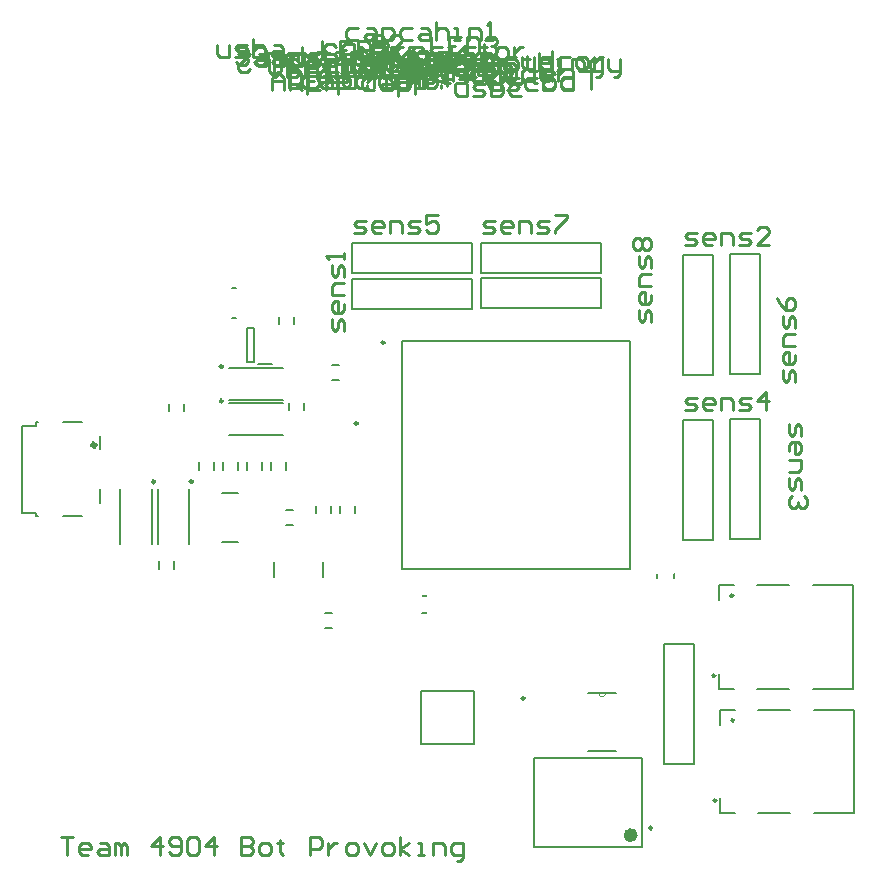
<source format=gto>
G04 Layer_Color=65535*
%FSLAX24Y24*%
%MOIN*%
G70*
G01*
G75*
%ADD34C,0.0100*%
%ADD45C,0.0098*%
%ADD46C,0.0236*%
%ADD47C,0.0079*%
%ADD48C,0.0157*%
%ADD49C,0.0000*%
%ADD50C,0.0059*%
%ADD51C,0.0050*%
%ADD52C,0.0060*%
D34*
X25906Y43434D02*
Y43334D01*
X26105Y43135D01*
X26305Y43334D01*
Y43434D01*
X26105Y43135D02*
Y42835D01*
X26505Y43334D02*
X26605Y43434D01*
X26805D01*
X26905Y43334D01*
Y43235D01*
X26705Y43035D01*
Y42935D02*
Y42835D01*
X25612Y43110D02*
X25812D01*
X25912Y43210D01*
Y43410D01*
X25812Y43510D01*
X25612D01*
X25512Y43410D01*
Y43210D01*
X25612Y43110D01*
X26112D02*
X26412D01*
X26511Y43210D01*
X26412Y43310D01*
X26212D01*
X26112Y43410D01*
X26212Y43510D01*
X26511D01*
X27111D02*
X26811D01*
X26711Y43410D01*
Y43210D01*
X26811Y43110D01*
X27111D01*
X27711D02*
X27311D01*
X27711Y43510D01*
Y43610D01*
X27611Y43710D01*
X27411D01*
X27311Y43610D01*
X20984Y43789D02*
Y43389D01*
X21184Y43189D01*
X21384Y43389D01*
Y43789D01*
X21584D02*
Y43189D01*
X21884D01*
X21984Y43289D01*
Y43389D01*
X21884Y43489D01*
X21584D01*
X21884D01*
X21984Y43589D01*
Y43689D01*
X21884Y43789D01*
X21584D01*
X22184Y43189D02*
Y43589D01*
X22384Y43789D01*
X22584Y43589D01*
Y43189D01*
Y43489D01*
X22184D01*
X22784Y43789D02*
X23184D01*
X22984D01*
Y43189D01*
X24383Y43789D02*
Y43189D01*
X24083D01*
X23983Y43289D01*
Y43489D01*
X24083Y43589D01*
X24383D01*
X24583Y43189D02*
X24783D01*
X24683D01*
Y43589D01*
X24583D01*
X25183Y43189D02*
X25383D01*
X25483Y43289D01*
Y43489D01*
X25383Y43589D01*
X25183D01*
X25083Y43489D01*
Y43289D01*
X25183Y43189D01*
X26083Y43789D02*
Y43189D01*
X25783D01*
X25683Y43289D01*
Y43489D01*
X25783Y43589D01*
X26083D01*
X26582Y43189D02*
X26383D01*
X26283Y43289D01*
Y43489D01*
X26383Y43589D01*
X26582D01*
X26682Y43489D01*
Y43389D01*
X26283D01*
X27882Y43589D02*
X27582D01*
X27482Y43489D01*
Y43289D01*
X27582Y43189D01*
X27882D01*
X28182Y43589D02*
X28382D01*
X28482Y43489D01*
Y43189D01*
X28182D01*
X28082Y43289D01*
X28182Y43389D01*
X28482D01*
X28682Y42989D02*
Y43589D01*
X28982D01*
X29082Y43489D01*
Y43289D01*
X28982Y43189D01*
X28682D01*
X25000Y43692D02*
X24600D01*
X24800D01*
Y44291D01*
X24400D02*
Y43692D01*
X24100D01*
X24000Y43791D01*
Y43991D01*
X24100Y44091D01*
X24400D01*
X23800Y43692D02*
Y44291D01*
X23500D01*
X23401Y44191D01*
Y43791D01*
X23500Y43692D01*
X23800D01*
X23201Y43791D02*
X23101Y43692D01*
X22901D01*
X22801Y43791D01*
Y43891D01*
X22901Y43991D01*
X23001D01*
X22901D01*
X22801Y44091D01*
Y44191D01*
X22901Y44291D01*
X23101D01*
X23201Y44191D01*
X24809Y44476D02*
X24709Y44576D01*
X24509D01*
X24409Y44476D01*
Y44376D01*
X24509Y44276D01*
X24709D01*
X24809Y44176D01*
Y44076D01*
X24709Y43976D01*
X24509D01*
X24409Y44076D01*
X25009Y44476D02*
X25109Y44576D01*
X25309D01*
X25409Y44476D01*
Y44376D01*
X25209Y44176D01*
Y44076D02*
Y43976D01*
X19882Y44083D02*
X19982Y44182D01*
X20182D01*
X20282Y44083D01*
Y43983D01*
X20182Y43883D01*
X20082D01*
X20182D01*
X20282Y43783D01*
Y43683D01*
X20182Y43583D01*
X19982D01*
X19882Y43683D01*
X20482Y44083D02*
X20582Y44182D01*
X20782D01*
X20882Y44083D01*
Y43983D01*
X20782Y43883D01*
X20682D01*
X20782D01*
X20882Y43783D01*
Y43683D01*
X20782Y43583D01*
X20582D01*
X20482Y43683D01*
X21181Y43983D02*
X21381D01*
X21481Y43883D01*
Y43583D01*
X21181D01*
X21082Y43683D01*
X21181Y43783D01*
X21481D01*
X22081Y44182D02*
Y43583D01*
X21781D01*
X21681Y43683D01*
Y43883D01*
X21781Y43983D01*
X22081D01*
X22281Y43583D02*
X22581D01*
X22681Y43683D01*
X22581Y43783D01*
X22381D01*
X22281Y43883D01*
X22381Y43983D01*
X22681D01*
X22598Y43689D02*
X22698Y43789D01*
X22898D01*
X22998Y43689D01*
Y43589D01*
X22898Y43489D01*
X22798D01*
X22898D01*
X22998Y43389D01*
Y43289D01*
X22898Y43189D01*
X22698D01*
X22598Y43289D01*
X23198Y43689D02*
X23298Y43789D01*
X23498D01*
X23598Y43689D01*
Y43589D01*
X23498Y43489D01*
X23398D01*
X23498D01*
X23598Y43389D01*
Y43289D01*
X23498Y43189D01*
X23298D01*
X23198Y43289D01*
X23898Y43589D02*
X24098D01*
X24198Y43489D01*
Y43189D01*
X23898D01*
X23798Y43289D01*
X23898Y43389D01*
X24198D01*
X24798Y43789D02*
Y43189D01*
X24498D01*
X24398Y43289D01*
Y43489D01*
X24498Y43589D01*
X24798D01*
X24998Y43189D02*
X25298D01*
X25398Y43289D01*
X25298Y43389D01*
X25098D01*
X24998Y43489D01*
X25098Y43589D01*
X25398D01*
X25697Y43189D02*
Y43689D01*
Y43489D01*
X25597D01*
X25797D01*
X25697D01*
Y43689D01*
X25797Y43789D01*
X26596Y43071D02*
X26796D01*
X26896Y43171D01*
Y43371D01*
X26796Y43471D01*
X26596D01*
X26496Y43371D01*
Y43171D01*
X26596Y43071D01*
X27096D02*
Y43471D01*
X27396D01*
X27496Y43371D01*
Y43071D01*
X28096Y43671D02*
Y43071D01*
X27796D01*
X27696Y43171D01*
Y43371D01*
X27796Y43471D01*
X28096D01*
X28295Y43071D02*
X28495D01*
X28395D01*
Y43471D01*
X28295D01*
X28895Y43071D02*
X29095D01*
X29195Y43171D01*
Y43371D01*
X29095Y43471D01*
X28895D01*
X28795Y43371D01*
Y43171D01*
X28895Y43071D01*
X29795Y43671D02*
Y43071D01*
X29495D01*
X29395Y43171D01*
Y43371D01*
X29495Y43471D01*
X29795D01*
X30295Y43071D02*
X30095D01*
X29995Y43171D01*
Y43371D01*
X30095Y43471D01*
X30295D01*
X30395Y43371D01*
Y43271D01*
X29995D01*
X30595Y43471D02*
Y43071D01*
Y43271D01*
X30695Y43371D01*
X30795Y43471D01*
X30895D01*
X23465Y34724D02*
Y35024D01*
X23365Y35124D01*
X23265Y35024D01*
Y34824D01*
X23165Y34724D01*
X23065Y34824D01*
Y35124D01*
X23465Y35624D02*
Y35424D01*
X23365Y35324D01*
X23165D01*
X23065Y35424D01*
Y35624D01*
X23165Y35724D01*
X23265D01*
Y35324D01*
X23465Y35924D02*
X23065D01*
Y36224D01*
X23165Y36324D01*
X23465D01*
Y36524D02*
Y36824D01*
X23365Y36924D01*
X23265Y36824D01*
Y36624D01*
X23165Y36524D01*
X23065Y36624D01*
Y36924D01*
X23465Y37124D02*
Y37324D01*
Y37224D01*
X22865D01*
X22965Y37124D01*
X38307Y31614D02*
Y31314D01*
X38407Y31214D01*
X38507Y31314D01*
Y31514D01*
X38607Y31614D01*
X38707Y31514D01*
Y31214D01*
X38307Y30714D02*
Y30914D01*
X38407Y31014D01*
X38607D01*
X38707Y30914D01*
Y30714D01*
X38607Y30615D01*
X38507D01*
Y31014D01*
X38307Y30415D02*
X38707D01*
Y30115D01*
X38607Y30015D01*
X38307D01*
Y29815D02*
Y29515D01*
X38407Y29415D01*
X38507Y29515D01*
Y29715D01*
X38607Y29815D01*
X38707Y29715D01*
Y29415D01*
X38807Y29215D02*
X38907Y29115D01*
Y28915D01*
X38807Y28815D01*
X38707D01*
X38607Y28915D01*
Y29015D01*
Y28915D01*
X38507Y28815D01*
X38407D01*
X38307Y28915D01*
Y29115D01*
X38407Y29215D01*
X23800Y38000D02*
X24100D01*
X24200Y38100D01*
X24100Y38200D01*
X23900D01*
X23800Y38300D01*
X23900Y38400D01*
X24200D01*
X24700Y38000D02*
X24500D01*
X24400Y38100D01*
Y38300D01*
X24500Y38400D01*
X24700D01*
X24800Y38300D01*
Y38200D01*
X24400D01*
X25000Y38000D02*
Y38400D01*
X25300D01*
X25399Y38300D01*
Y38000D01*
X25599D02*
X25899D01*
X25999Y38100D01*
X25899Y38200D01*
X25699D01*
X25599Y38300D01*
X25699Y38400D01*
X25999D01*
X26599Y38600D02*
X26199D01*
Y38300D01*
X26399Y38400D01*
X26499D01*
X26599Y38300D01*
Y38100D01*
X26499Y38000D01*
X26299D01*
X26199Y38100D01*
X38504Y33031D02*
Y33331D01*
X38404Y33431D01*
X38304Y33331D01*
Y33131D01*
X38204Y33031D01*
X38104Y33131D01*
Y33431D01*
X38504Y33931D02*
Y33731D01*
X38404Y33631D01*
X38204D01*
X38104Y33731D01*
Y33931D01*
X38204Y34031D01*
X38304D01*
Y33631D01*
X38504Y34231D02*
X38104D01*
Y34531D01*
X38204Y34631D01*
X38504D01*
Y34831D02*
Y35131D01*
X38404Y35231D01*
X38304Y35131D01*
Y34931D01*
X38204Y34831D01*
X38104Y34931D01*
Y35231D01*
X37904Y35831D02*
X38004Y35631D01*
X38204Y35431D01*
X38404D01*
X38504Y35531D01*
Y35731D01*
X38404Y35831D01*
X38304D01*
X38204Y35731D01*
Y35431D01*
X33701Y35039D02*
Y35339D01*
X33601Y35439D01*
X33501Y35339D01*
Y35139D01*
X33401Y35039D01*
X33301Y35139D01*
Y35439D01*
X33701Y35939D02*
Y35739D01*
X33601Y35639D01*
X33401D01*
X33301Y35739D01*
Y35939D01*
X33401Y36039D01*
X33501D01*
Y35639D01*
X33701Y36239D02*
X33301D01*
Y36539D01*
X33401Y36639D01*
X33701D01*
Y36839D02*
Y37139D01*
X33601Y37239D01*
X33501Y37139D01*
Y36939D01*
X33401Y36839D01*
X33301Y36939D01*
Y37239D01*
X33201Y37439D02*
X33101Y37539D01*
Y37738D01*
X33201Y37838D01*
X33301D01*
X33401Y37738D01*
X33501Y37838D01*
X33601D01*
X33701Y37738D01*
Y37539D01*
X33601Y37439D01*
X33501D01*
X33401Y37539D01*
X33301Y37439D01*
X33201D01*
X33401Y37539D02*
Y37738D01*
X28110Y38000D02*
X28410D01*
X28510Y38100D01*
X28410Y38200D01*
X28210D01*
X28110Y38300D01*
X28210Y38400D01*
X28510D01*
X29010Y38000D02*
X28810D01*
X28710Y38100D01*
Y38300D01*
X28810Y38400D01*
X29010D01*
X29110Y38300D01*
Y38200D01*
X28710D01*
X29310Y38000D02*
Y38400D01*
X29610D01*
X29709Y38300D01*
Y38000D01*
X29909D02*
X30209D01*
X30309Y38100D01*
X30209Y38200D01*
X30009D01*
X29909Y38300D01*
X30009Y38400D01*
X30309D01*
X30509Y38600D02*
X30909D01*
Y38500D01*
X30509Y38100D01*
Y38000D01*
X34840Y32090D02*
X35140D01*
X35240Y32190D01*
X35140Y32290D01*
X34940D01*
X34840Y32390D01*
X34940Y32490D01*
X35240D01*
X35740Y32090D02*
X35540D01*
X35440Y32190D01*
Y32390D01*
X35540Y32490D01*
X35740D01*
X35840Y32390D01*
Y32290D01*
X35440D01*
X36040Y32090D02*
Y32490D01*
X36340D01*
X36439Y32390D01*
Y32090D01*
X36639D02*
X36939D01*
X37039Y32190D01*
X36939Y32290D01*
X36739D01*
X36639Y32390D01*
X36739Y32490D01*
X37039D01*
X37539Y32090D02*
Y32690D01*
X37239Y32390D01*
X37639D01*
X34840Y37590D02*
X35140D01*
X35240Y37690D01*
X35140Y37790D01*
X34940D01*
X34840Y37890D01*
X34940Y37990D01*
X35240D01*
X35740Y37590D02*
X35540D01*
X35440Y37690D01*
Y37890D01*
X35540Y37990D01*
X35740D01*
X35840Y37890D01*
Y37790D01*
X35440D01*
X36040Y37590D02*
Y37990D01*
X36340D01*
X36439Y37890D01*
Y37590D01*
X36639D02*
X36939D01*
X37039Y37690D01*
X36939Y37790D01*
X36739D01*
X36639Y37890D01*
X36739Y37990D01*
X37039D01*
X37639Y37590D02*
X37239D01*
X37639Y37990D01*
Y38090D01*
X37539Y38190D01*
X37339D01*
X37239Y38090D01*
X28077Y43986D02*
Y43386D01*
X27777D01*
X27677Y43486D01*
Y43686D01*
X27777Y43786D01*
X28077D01*
X28377D02*
X28577D01*
X28677Y43686D01*
Y43386D01*
X28377D01*
X28277Y43486D01*
X28377Y43586D01*
X28677D01*
X28877Y43186D02*
Y43786D01*
X29177D01*
X29277Y43686D01*
Y43486D01*
X29177Y43386D01*
X28877D01*
X29577Y43886D02*
Y43786D01*
X29477D01*
X29677D01*
X29577D01*
Y43486D01*
X29677Y43386D01*
X29976Y43986D02*
Y43386D01*
Y43686D01*
X30076Y43786D01*
X30276D01*
X30376Y43686D01*
Y43386D01*
X30576D02*
X30776D01*
X30676D01*
Y43786D01*
X30576D01*
X31076Y43386D02*
Y43786D01*
X31376D01*
X31476Y43686D01*
Y43386D01*
X31876Y43186D02*
X31976D01*
X32076Y43286D01*
Y43786D01*
X31776D01*
X31676Y43686D01*
Y43486D01*
X31776Y43386D01*
X32076D01*
X32276Y43786D02*
Y43486D01*
X32376Y43386D01*
X32676D01*
Y43286D01*
X32576Y43186D01*
X32476D01*
X32676Y43386D02*
Y43786D01*
X20945Y43583D02*
Y43983D01*
X21245D01*
X21345Y43883D01*
Y43583D01*
X21845D02*
X21645D01*
X21545Y43683D01*
Y43883D01*
X21645Y43983D01*
X21845D01*
X21945Y43883D01*
Y43783D01*
X21545D01*
X22144Y43983D02*
X22544Y43583D01*
X22344Y43783D01*
X22544Y43983D01*
X22144Y43583D01*
X22844Y44083D02*
Y43983D01*
X22744D01*
X22944D01*
X22844D01*
Y43683D01*
X22944Y43583D01*
X23844D02*
Y43983D01*
X24044Y44182D01*
X24244Y43983D01*
Y43583D01*
Y43883D01*
X23844D01*
X24444Y43583D02*
Y44182D01*
X24744D01*
X24844Y44083D01*
Y43883D01*
X24744Y43783D01*
X24444D01*
X24644D02*
X24844Y43583D01*
X25443Y44182D02*
X25044D01*
Y43583D01*
X25443D01*
X25044Y43883D02*
X25243D01*
X26043Y44182D02*
X25643D01*
Y43883D01*
X25843D01*
X25643D01*
Y43583D01*
X27243Y43983D02*
X26943D01*
X26843Y43883D01*
Y43683D01*
X26943Y43583D01*
X27243D01*
X27543Y43983D02*
X27743D01*
X27843Y43883D01*
Y43583D01*
X27543D01*
X27443Y43683D01*
X27543Y43783D01*
X27843D01*
X28043Y43383D02*
Y43983D01*
X28342D01*
X28442Y43883D01*
Y43683D01*
X28342Y43583D01*
X28043D01*
X31715Y42777D02*
Y43377D01*
X31315D01*
X31116D02*
Y42777D01*
X30816D01*
X30716Y42877D01*
Y43077D01*
X30816Y43177D01*
X31116D01*
X30516Y42877D02*
X30416Y42777D01*
X30216D01*
X30116Y42877D01*
Y42977D01*
X30216Y43077D01*
X30316D01*
X30216D01*
X30116Y43177D01*
Y43277D01*
X30216Y43377D01*
X30416D01*
X30516Y43277D01*
X29916Y43377D02*
X29716D01*
X29816D01*
Y42977D01*
X29916D01*
X29416Y43377D02*
Y42977D01*
X29116D01*
X29016Y43077D01*
Y43377D01*
X28416Y42777D02*
Y43377D01*
X28716D01*
X28816Y43277D01*
Y43077D01*
X28716Y42977D01*
X28416D01*
X28216D02*
Y43277D01*
X28117Y43377D01*
X27817D01*
Y42977D01*
X27217D02*
X27517D01*
X27617Y43077D01*
Y43277D01*
X27517Y43377D01*
X27217D01*
X26917Y42877D02*
Y42977D01*
X27017D01*
X26817D01*
X26917D01*
Y43277D01*
X26817Y43377D01*
X26417D02*
X26217D01*
X26117Y43277D01*
Y43077D01*
X26217Y42977D01*
X26417D01*
X26517Y43077D01*
Y43277D01*
X26417Y43377D01*
X25917Y42977D02*
Y43377D01*
Y43177D01*
X25817Y43077D01*
X25717Y42977D01*
X25617D01*
X30427Y43055D02*
Y43655D01*
X30027D01*
X29827D02*
Y43055D01*
X29527D01*
X29427Y43155D01*
Y43355D01*
X29527Y43455D01*
X29827D01*
X29227Y43155D02*
X29127Y43055D01*
X28927D01*
X28827Y43155D01*
Y43255D01*
X28927Y43355D01*
X29027D01*
X28927D01*
X28827Y43455D01*
Y43555D01*
X28927Y43655D01*
X29127D01*
X29227Y43555D01*
X28227Y43055D02*
Y43655D01*
X28527D01*
X28627Y43555D01*
Y43355D01*
X28527Y43255D01*
X28227D01*
X28028Y43655D02*
X27828D01*
X27928D01*
Y43255D01*
X28028D01*
X27428Y43655D02*
X27228D01*
X27128Y43555D01*
Y43355D01*
X27228Y43255D01*
X27428D01*
X27528Y43355D01*
Y43555D01*
X27428Y43655D01*
X26528Y43055D02*
Y43655D01*
X26828D01*
X26928Y43555D01*
Y43355D01*
X26828Y43255D01*
X26528D01*
X26028Y43655D02*
X26228D01*
X26328Y43555D01*
Y43355D01*
X26228Y43255D01*
X26028D01*
X25928Y43355D01*
Y43455D01*
X26328D01*
X25328Y43255D02*
X25628D01*
X25728Y43355D01*
Y43555D01*
X25628Y43655D01*
X25328D01*
X25029Y43255D02*
X24829D01*
X24729Y43355D01*
Y43655D01*
X25029D01*
X25128Y43555D01*
X25029Y43455D01*
X24729D01*
X24529Y43855D02*
Y43255D01*
X24229D01*
X24129Y43355D01*
Y43555D01*
X24229Y43655D01*
X24529D01*
X25041Y43364D02*
Y43964D01*
X24641D01*
X24441D02*
Y43364D01*
X24141D01*
X24041Y43464D01*
Y43664D01*
X24141Y43764D01*
X24441D01*
X23841Y43464D02*
X23741Y43364D01*
X23541D01*
X23441Y43464D01*
Y43564D01*
X23541Y43664D01*
X23641D01*
X23541D01*
X23441Y43764D01*
Y43864D01*
X23541Y43964D01*
X23741D01*
X23841Y43864D01*
X22841Y43364D02*
Y43964D01*
X23141D01*
X23241Y43864D01*
Y43664D01*
X23141Y43564D01*
X22841D01*
X22641Y43964D02*
X22441D01*
X22541D01*
Y43564D01*
X22641D01*
X22042Y43964D02*
X21842D01*
X21742Y43864D01*
Y43664D01*
X21842Y43564D01*
X22042D01*
X22141Y43664D01*
Y43864D01*
X22042Y43964D01*
X21142Y43364D02*
Y43964D01*
X21442D01*
X21542Y43864D01*
Y43664D01*
X21442Y43564D01*
X21142D01*
X20642Y43964D02*
X20842D01*
X20942Y43864D01*
Y43664D01*
X20842Y43564D01*
X20642D01*
X20542Y43664D01*
Y43764D01*
X20942D01*
X19942Y43964D02*
X20342D01*
X19942Y43564D01*
Y43464D01*
X20042Y43364D01*
X20242D01*
X20342Y43464D01*
X26378Y44537D02*
Y43937D01*
X26778D01*
X27378Y44537D02*
X26978D01*
Y43937D01*
X27378D01*
X26978Y44237D02*
X27178D01*
X27578Y44537D02*
Y43937D01*
X27877D01*
X27977Y44037D01*
Y44437D01*
X27877Y44537D01*
X27578D01*
X28177Y44437D02*
X28277Y44537D01*
X28477D01*
X28577Y44437D01*
Y44337D01*
X28477Y44237D01*
X28377D01*
X28477D01*
X28577Y44137D01*
Y44037D01*
X28477Y43937D01*
X28277D01*
X28177Y44037D01*
X22756Y44379D02*
Y43780D01*
X23156D01*
X23756Y44379D02*
X23356D01*
Y43780D01*
X23756D01*
X23356Y44079D02*
X23556D01*
X23956Y44379D02*
Y43780D01*
X24255D01*
X24355Y43879D01*
Y44279D01*
X24255Y44379D01*
X23956D01*
X24555Y44279D02*
X24655Y44379D01*
X24855D01*
X24955Y44279D01*
Y44179D01*
X24855Y44079D01*
X24755D01*
X24855D01*
X24955Y43979D01*
Y43879D01*
X24855Y43780D01*
X24655D01*
X24555Y43879D01*
X25155Y44179D02*
Y43780D01*
Y43979D01*
X25255Y44079D01*
X25355Y44179D01*
X25455D01*
X26055Y43780D02*
X25855D01*
X25755Y43879D01*
Y44079D01*
X25855Y44179D01*
X26055D01*
X26155Y44079D01*
Y43979D01*
X25755D01*
X26355Y43780D02*
X26655D01*
X26755Y43879D01*
X26655Y43979D01*
X26455D01*
X26355Y44079D01*
X26455Y44179D01*
X26755D01*
X26955Y43780D02*
X27154D01*
X27055D01*
Y44179D01*
X26955D01*
X27454Y43780D02*
X27754D01*
X27854Y43879D01*
X27754Y43979D01*
X27554D01*
X27454Y44079D01*
X27554Y44179D01*
X27854D01*
X28154Y44279D02*
Y44179D01*
X28054D01*
X28254D01*
X28154D01*
Y43879D01*
X28254Y43780D01*
X28654D02*
X28854D01*
X28954Y43879D01*
Y44079D01*
X28854Y44179D01*
X28654D01*
X28554Y44079D01*
Y43879D01*
X28654Y43780D01*
X29154Y44179D02*
Y43780D01*
Y43979D01*
X29254Y44079D01*
X29354Y44179D01*
X29454D01*
X19252Y44258D02*
Y43958D01*
X19352Y43858D01*
X19652D01*
Y44258D01*
X19852Y43858D02*
X20152D01*
X20252Y43958D01*
X20152Y44058D01*
X19952D01*
X19852Y44158D01*
X19952Y44258D01*
X20252D01*
X20452Y44458D02*
Y43858D01*
X20751D01*
X20851Y43958D01*
Y44058D01*
Y44158D01*
X20751Y44258D01*
X20452D01*
X21151D02*
X21351D01*
X21451Y44158D01*
Y43858D01*
X21151D01*
X21051Y43958D01*
X21151Y44058D01*
X21451D01*
X27164Y42956D02*
Y42657D01*
X27264Y42557D01*
X27564D01*
Y42956D01*
X27764Y42557D02*
X28064D01*
X28164Y42657D01*
X28064Y42757D01*
X27864D01*
X27764Y42857D01*
X27864Y42956D01*
X28164D01*
X28364Y43156D02*
Y42557D01*
X28664D01*
X28764Y42657D01*
Y42757D01*
Y42857D01*
X28664Y42956D01*
X28364D01*
X29364D02*
X29064D01*
X28964Y42857D01*
Y42657D01*
X29064Y42557D01*
X29364D01*
X28301Y43171D02*
Y42872D01*
X28401Y42772D01*
X28701D01*
Y43171D01*
X28901Y42772D02*
X29201D01*
X29301Y42872D01*
X29201Y42972D01*
X29001D01*
X28901Y43071D01*
X29001Y43171D01*
X29301D01*
X29901D02*
X29601D01*
X29501Y43071D01*
Y42872D01*
X29601Y42772D01*
X29901D01*
X30101Y43371D02*
Y42772D01*
X30401D01*
X30500Y42872D01*
Y42972D01*
Y43071D01*
X30401Y43171D01*
X30101D01*
X31100D02*
X30800D01*
X30700Y43071D01*
Y42872D01*
X30800Y42772D01*
X31100D01*
X23183Y43022D02*
X23583D01*
Y43322D01*
X23383D01*
X23583D01*
Y43622D01*
X22983Y43122D02*
X22883Y43022D01*
X22683D01*
X22583Y43122D01*
Y43222D01*
X22783Y43422D01*
Y43522D02*
Y43622D01*
X21654Y43434D02*
Y42835D01*
X21953D01*
X22053Y42935D01*
Y43334D01*
X21953Y43434D01*
X21654D01*
X22253Y42635D02*
Y43235D01*
X22553D01*
X22653Y43135D01*
Y42935D01*
X22553Y42835D01*
X22253D01*
X22953Y43235D02*
X23153D01*
X23253Y43135D01*
Y42835D01*
X22953D01*
X22853Y42935D01*
X22953Y43035D01*
X23253D01*
X23853Y43434D02*
Y42835D01*
X23553D01*
X23453Y42935D01*
Y43135D01*
X23553Y43235D01*
X23853D01*
X24053Y43334D02*
X24153Y43434D01*
X24353D01*
X24453Y43334D01*
Y43235D01*
X24253Y43035D01*
Y42935D02*
Y42835D01*
X25052Y43235D02*
X24753D01*
X24653Y43135D01*
Y42935D01*
X24753Y42835D01*
X25052D01*
X25352Y43235D02*
X25552D01*
X25652Y43135D01*
Y42835D01*
X25352D01*
X25252Y42935D01*
X25352Y43035D01*
X25652D01*
X25852Y42635D02*
Y43235D01*
X26152D01*
X26252Y43135D01*
Y42935D01*
X26152Y42835D01*
X25852D01*
X24982Y43386D02*
X25182D01*
X25282Y43486D01*
Y43686D01*
X25182Y43786D01*
X24982D01*
X24882Y43686D01*
Y43486D01*
X24982Y43386D01*
X25482D02*
Y43786D01*
X25782D01*
X25882Y43686D01*
Y43386D01*
X26481Y43986D02*
Y43386D01*
X26181D01*
X26082Y43486D01*
Y43686D01*
X26181Y43786D01*
X26481D01*
X26681Y43386D02*
X26881D01*
X26781D01*
Y43786D01*
X26681D01*
X27281Y43386D02*
X27481D01*
X27581Y43486D01*
Y43686D01*
X27481Y43786D01*
X27281D01*
X27181Y43686D01*
Y43486D01*
X27281Y43386D01*
X28181Y43986D02*
Y43386D01*
X27881D01*
X27781Y43486D01*
Y43686D01*
X27881Y43786D01*
X28181D01*
X28681Y43386D02*
X28481D01*
X28381Y43486D01*
Y43686D01*
X28481Y43786D01*
X28681D01*
X28781Y43686D01*
Y43586D01*
X28381D01*
X23943Y44809D02*
X23643D01*
X23543Y44709D01*
Y44509D01*
X23643Y44409D01*
X23943D01*
X24243Y44809D02*
X24443D01*
X24543Y44709D01*
Y44409D01*
X24243D01*
X24143Y44509D01*
X24243Y44609D01*
X24543D01*
X24743Y44210D02*
Y44809D01*
X25043D01*
X25143Y44709D01*
Y44509D01*
X25043Y44409D01*
X24743D01*
X25743Y44809D02*
X25443D01*
X25343Y44709D01*
Y44509D01*
X25443Y44409D01*
X25743D01*
X26042Y44809D02*
X26242D01*
X26342Y44709D01*
Y44409D01*
X26042D01*
X25943Y44509D01*
X26042Y44609D01*
X26342D01*
X26542Y45009D02*
Y44409D01*
Y44709D01*
X26642Y44809D01*
X26842D01*
X26942Y44709D01*
Y44409D01*
X27142D02*
X27342D01*
X27242D01*
Y44809D01*
X27142D01*
X27642Y44409D02*
Y44809D01*
X27942D01*
X28042Y44709D01*
Y44409D01*
X28242D02*
X28442D01*
X28342D01*
Y45009D01*
X28242Y44909D01*
X22605Y43746D02*
X22305D01*
X22205Y43646D01*
Y43446D01*
X22305Y43346D01*
X22605D01*
X22905Y43746D02*
X23104D01*
X23204Y43646D01*
Y43346D01*
X22905D01*
X22805Y43446D01*
X22905Y43546D01*
X23204D01*
X23404Y43147D02*
Y43746D01*
X23704D01*
X23804Y43646D01*
Y43446D01*
X23704Y43346D01*
X23404D01*
X24404Y43746D02*
X24104D01*
X24004Y43646D01*
Y43446D01*
X24104Y43346D01*
X24404D01*
X24604Y43946D02*
Y43346D01*
Y43646D01*
X24704Y43746D01*
X24904D01*
X25004Y43646D01*
Y43346D01*
X25304Y43746D02*
X25504D01*
X25604Y43646D01*
Y43346D01*
X25304D01*
X25204Y43446D01*
X25304Y43546D01*
X25604D01*
X25804Y43346D02*
X26003D01*
X25904D01*
Y43746D01*
X25804D01*
X26303Y43346D02*
Y43746D01*
X26603D01*
X26703Y43646D01*
Y43346D01*
X27303D02*
X26903D01*
X27303Y43746D01*
Y43846D01*
X27203Y43946D01*
X27003D01*
X26903Y43846D01*
X22486Y43235D02*
X22187D01*
X22087Y43135D01*
Y42935D01*
X22187Y42835D01*
X22486D01*
X22786Y43235D02*
X22986D01*
X23086Y43135D01*
Y42835D01*
X22786D01*
X22686Y42935D01*
X22786Y43035D01*
X23086D01*
X23286Y42635D02*
Y43235D01*
X23586D01*
X23686Y43135D01*
Y42935D01*
X23586Y42835D01*
X23286D01*
X24286Y43235D02*
X23986D01*
X23886Y43135D01*
Y42935D01*
X23986Y42835D01*
X24286D01*
X24486Y43434D02*
Y42835D01*
Y43135D01*
X24586Y43235D01*
X24786D01*
X24886Y43135D01*
Y42835D01*
X25086D02*
X25286D01*
X25186D01*
Y43235D01*
X25086D01*
X25585Y42835D02*
Y43235D01*
X25885D01*
X25985Y43135D01*
Y42835D01*
X26185Y43334D02*
X26285Y43434D01*
X26485D01*
X26585Y43334D01*
Y43235D01*
X26485Y43135D01*
X26385D01*
X26485D01*
X26585Y43035D01*
Y42935D01*
X26485Y42835D01*
X26285D01*
X26185Y42935D01*
X22920Y44022D02*
X22620D01*
X22520Y43922D01*
Y43722D01*
X22620Y43622D01*
X22920D01*
X23219Y44022D02*
X23419D01*
X23519Y43922D01*
Y43622D01*
X23219D01*
X23119Y43722D01*
X23219Y43822D01*
X23519D01*
X23719Y43422D02*
Y44022D01*
X24019D01*
X24119Y43922D01*
Y43722D01*
X24019Y43622D01*
X23719D01*
X24719Y44022D02*
X24419D01*
X24319Y43922D01*
Y43722D01*
X24419Y43622D01*
X24719D01*
X24919Y44222D02*
Y43622D01*
Y43922D01*
X25019Y44022D01*
X25219D01*
X25319Y43922D01*
Y43622D01*
X25619Y44022D02*
X25819D01*
X25919Y43922D01*
Y43622D01*
X25619D01*
X25519Y43722D01*
X25619Y43822D01*
X25919D01*
X26119Y43622D02*
X26318D01*
X26218D01*
Y44022D01*
X26119D01*
X26618Y43622D02*
Y44022D01*
X26918D01*
X27018Y43922D01*
Y43622D01*
X27518D02*
Y44222D01*
X27218Y43922D01*
X27618D01*
X24724Y44064D02*
Y43465D01*
X25024D01*
X25124Y43565D01*
Y43664D01*
Y43764D01*
X25024Y43864D01*
X24724D01*
X25624Y43465D02*
Y44064D01*
X25324Y43764D01*
X25724D01*
X26324Y43465D02*
X25924D01*
X26324Y43864D01*
Y43964D01*
X26224Y44064D01*
X26024D01*
X25924Y43964D01*
X26524Y43465D02*
Y43864D01*
X26824D01*
X26924Y43764D01*
Y43465D01*
X27524Y44064D02*
Y43465D01*
X27224D01*
X27124Y43565D01*
Y43764D01*
X27224Y43864D01*
X27524D01*
X27723Y43465D02*
X27923D01*
X27823D01*
Y43864D01*
X27723D01*
X28223Y43465D02*
Y43864D01*
X28523D01*
X28623Y43764D01*
Y43465D01*
X29223Y43864D02*
X28923D01*
X28823Y43764D01*
Y43565D01*
X28923Y43465D01*
X29223D01*
X29423Y43864D02*
Y43565D01*
X29523Y43465D01*
X29823D01*
Y43864D01*
X30423Y44064D02*
Y43465D01*
X30123D01*
X30023Y43565D01*
Y43764D01*
X30123Y43864D01*
X30423D01*
X31022D02*
X30722D01*
X30622Y43764D01*
Y43565D01*
X30722Y43465D01*
X31022D01*
X31322D02*
X31522D01*
X31622Y43565D01*
Y43764D01*
X31522Y43864D01*
X31322D01*
X31222Y43764D01*
Y43565D01*
X31322Y43465D01*
X31822Y43864D02*
Y43465D01*
Y43664D01*
X31922Y43764D01*
X32022Y43864D01*
X32122D01*
X25000Y43868D02*
Y43268D01*
X25300D01*
X25400Y43368D01*
Y43468D01*
X25300Y43568D01*
X25000D01*
X25300D01*
X25400Y43668D01*
Y43768D01*
X25300Y43868D01*
X25000D01*
X25600Y43768D02*
X25700Y43868D01*
X25900D01*
X26000Y43768D01*
Y43668D01*
X25800Y43468D01*
Y43368D02*
Y43268D01*
X21063Y42756D02*
Y43156D01*
X21263Y43356D01*
X21463Y43156D01*
Y42756D01*
Y43056D01*
X21063D01*
X21663Y42756D02*
Y43356D01*
X21963D01*
X22063Y43256D01*
Y43056D01*
X21963Y42956D01*
X21663D01*
X21863D02*
X22063Y42756D01*
X22662Y43356D02*
X22263D01*
Y42756D01*
X22662D01*
X22263Y43056D02*
X22463D01*
X23262Y43356D02*
X22862D01*
Y43056D01*
X23062D01*
X22862D01*
Y42756D01*
X24462Y43156D02*
X24162D01*
X24062Y43056D01*
Y42856D01*
X24162Y42756D01*
X24462D01*
X24762Y43156D02*
X24962D01*
X25062Y43056D01*
Y42756D01*
X24762D01*
X24662Y42856D01*
X24762Y42956D01*
X25062D01*
X25262Y42556D02*
Y43156D01*
X25562D01*
X25662Y43056D01*
Y42856D01*
X25562Y42756D01*
X25262D01*
X28071Y43413D02*
X28171Y43513D01*
X28371D01*
X28471Y43413D01*
Y43313D01*
X28271Y43113D01*
Y43013D02*
Y42913D01*
X14055Y17844D02*
X14455D01*
X14255D01*
Y17244D01*
X14955D02*
X14755D01*
X14655Y17344D01*
Y17544D01*
X14755Y17644D01*
X14955D01*
X15055Y17544D01*
Y17444D01*
X14655D01*
X15355Y17644D02*
X15555D01*
X15655Y17544D01*
Y17244D01*
X15355D01*
X15255Y17344D01*
X15355Y17444D01*
X15655D01*
X15855Y17244D02*
Y17644D01*
X15955D01*
X16054Y17544D01*
Y17244D01*
Y17544D01*
X16154Y17644D01*
X16254Y17544D01*
Y17244D01*
X17354D02*
Y17844D01*
X17054Y17544D01*
X17454D01*
X17654Y17344D02*
X17754Y17244D01*
X17954D01*
X18054Y17344D01*
Y17744D01*
X17954Y17844D01*
X17754D01*
X17654Y17744D01*
Y17644D01*
X17754Y17544D01*
X18054D01*
X18254Y17744D02*
X18354Y17844D01*
X18554D01*
X18654Y17744D01*
Y17344D01*
X18554Y17244D01*
X18354D01*
X18254Y17344D01*
Y17744D01*
X19153Y17244D02*
Y17844D01*
X18854Y17544D01*
X19253D01*
X20053Y17844D02*
Y17244D01*
X20353D01*
X20453Y17344D01*
Y17444D01*
X20353Y17544D01*
X20053D01*
X20353D01*
X20453Y17644D01*
Y17744D01*
X20353Y17844D01*
X20053D01*
X20753Y17244D02*
X20953D01*
X21053Y17344D01*
Y17544D01*
X20953Y17644D01*
X20753D01*
X20653Y17544D01*
Y17344D01*
X20753Y17244D01*
X21353Y17744D02*
Y17644D01*
X21253D01*
X21453D01*
X21353D01*
Y17344D01*
X21453Y17244D01*
X22352D02*
Y17844D01*
X22652D01*
X22752Y17744D01*
Y17544D01*
X22652Y17444D01*
X22352D01*
X22952Y17644D02*
Y17244D01*
Y17444D01*
X23052Y17544D01*
X23152Y17644D01*
X23252D01*
X23652Y17244D02*
X23852D01*
X23952Y17344D01*
Y17544D01*
X23852Y17644D01*
X23652D01*
X23552Y17544D01*
Y17344D01*
X23652Y17244D01*
X24152Y17644D02*
X24352Y17244D01*
X24552Y17644D01*
X24852Y17244D02*
X25052D01*
X25152Y17344D01*
Y17544D01*
X25052Y17644D01*
X24852D01*
X24752Y17544D01*
Y17344D01*
X24852Y17244D01*
X25351D02*
Y17844D01*
Y17444D02*
X25651Y17644D01*
X25351Y17444D02*
X25651Y17244D01*
X25951D02*
X26151D01*
X26051D01*
Y17644D01*
X25951D01*
X26451Y17244D02*
Y17644D01*
X26751D01*
X26851Y17544D01*
Y17244D01*
X27251Y17044D02*
X27351D01*
X27451Y17144D01*
Y17644D01*
X27151D01*
X27051Y17544D01*
Y17344D01*
X27151Y17244D01*
X27451D01*
D45*
X33750Y18159D02*
G03*
X33750Y18159I-49J0D01*
G01*
X24830Y34340D02*
G03*
X24830Y34340I-49J0D01*
G01*
X23937Y31650D02*
G03*
X23937Y31650I-49J0D01*
G01*
X19438Y32391D02*
G03*
X19438Y32391I-49J0D01*
G01*
X19439Y33543D02*
G03*
X19439Y33543I-49J0D01*
G01*
X17175Y29705D02*
G03*
X17175Y29705I-49J0D01*
G01*
X18435D02*
G03*
X18435Y29705I-49J0D01*
G01*
X29498Y22480D02*
G03*
X29498Y22480I-49J0D01*
G01*
X36445Y25908D02*
G03*
X36445Y25908I-45J0D01*
G01*
X35855Y23231D02*
G03*
X35855Y23231I-45J0D01*
G01*
X36480Y21753D02*
G03*
X36480Y21753I-45J0D01*
G01*
X35889Y19076D02*
G03*
X35889Y19076I-45J0D01*
G01*
D46*
X33150Y17921D02*
G03*
X33150Y17921I-118J0D01*
G01*
D47*
X26226Y25887D02*
G03*
X26083Y25887I-71J-287D01*
G01*
Y25313D02*
G03*
X26226Y25313I71J287D01*
G01*
X33913Y26621D02*
G03*
X33913Y26479I287J-71D01*
G01*
X34487D02*
G03*
X34487Y26621I-287J71D01*
G01*
X21325Y34951D02*
Y35187D01*
X21825Y34951D02*
Y35187D01*
X33425Y17528D02*
Y20480D01*
X29803Y17528D02*
Y20480D01*
Y17528D02*
X33425D01*
X29803Y20480D02*
X33425D01*
X34146Y20295D02*
X35146D01*
X34146D02*
Y24295D01*
X35146Y20295D02*
Y24295D01*
X34146D02*
X35146D01*
X25401Y26801D02*
Y34399D01*
Y26801D02*
X32999D01*
Y34399D01*
X25401D02*
X32999D01*
X19422Y29313D02*
X19933D01*
X19422Y27687D02*
X19933D01*
X21137Y26517D02*
Y27028D01*
X22763Y26517D02*
Y27028D01*
X20610Y33622D02*
X21083D01*
X20472Y33681D02*
Y34823D01*
X20236D02*
X20472D01*
X20236Y33681D02*
Y34823D01*
Y33681D02*
X20472D01*
X34776Y37248D02*
X35776D01*
Y33248D02*
Y37248D01*
X34776Y33248D02*
Y37248D01*
Y33248D02*
X35776D01*
X34776Y31752D02*
X35776D01*
Y27752D02*
Y31752D01*
X34776Y27752D02*
Y31752D01*
Y27752D02*
X35776D01*
X19644Y32332D02*
X21456D01*
X19644Y31268D02*
X21456D01*
X19646Y33484D02*
X21457D01*
X19646Y32421D02*
X21457D01*
X17067Y27638D02*
Y29449D01*
X16004Y27638D02*
Y29449D01*
X18327Y27638D02*
Y29449D01*
X17264Y27638D02*
Y29449D01*
X28051Y36665D02*
Y37665D01*
X32051D01*
X28051Y36665D02*
X32051D01*
Y37665D01*
X23744Y36665D02*
Y37665D01*
X27744D01*
X23744Y36665D02*
X27744D01*
Y37665D01*
X36350Y37280D02*
X37350D01*
Y33280D02*
Y37280D01*
X36350Y33280D02*
Y37280D01*
Y33280D02*
X37350D01*
X36350Y31776D02*
X37350D01*
Y27776D02*
Y31776D01*
X36350Y27776D02*
Y31776D01*
Y27776D02*
X37350D01*
X23744Y35445D02*
Y36445D01*
X27744D01*
X23744Y35445D02*
X27744D01*
Y36445D01*
X28035Y35484D02*
Y36484D01*
X32035D01*
X28035Y35484D02*
X32035D01*
Y36484D01*
X35979Y22805D02*
Y23305D01*
X39109Y22805D02*
X40452Y22805D01*
X37247Y22805D02*
X38326D01*
X35979D02*
X36467D01*
X40452D02*
Y26246D01*
X35979D02*
X36467D01*
X37247D02*
X38326D01*
X39109D02*
X40452Y26246D01*
X35979Y25746D02*
Y26246D01*
X36014Y18650D02*
Y19150D01*
X39144Y18650D02*
X40486Y18650D01*
X37281Y18650D02*
X38360D01*
X36014D02*
X36502D01*
X40486D02*
Y22090D01*
X36014D02*
X36502D01*
X37281D02*
X38360D01*
X39144D02*
X40486Y22090D01*
X36014Y21590D02*
Y22090D01*
X22550Y28657D02*
Y28893D01*
X23050Y28657D02*
Y28893D01*
X21557Y28250D02*
X21793D01*
X21557Y28750D02*
X21793D01*
X21550Y30107D02*
Y30343D01*
X21050Y30107D02*
Y30343D01*
X20750Y30107D02*
Y30343D01*
X20250Y30107D02*
Y30343D01*
X19150Y30107D02*
Y30343D01*
X18650Y30107D02*
Y30343D01*
X19950Y30107D02*
Y30343D01*
X19450Y30107D02*
Y30343D01*
X22835Y25329D02*
X23071D01*
X22835Y24829D02*
X23071D01*
X23082Y33100D02*
X23318D01*
X23082Y33600D02*
X23318D01*
X22150Y32082D02*
Y32318D01*
X21650Y32082D02*
Y32318D01*
X23850Y28657D02*
Y28893D01*
X23350Y28657D02*
Y28893D01*
X17650Y32057D02*
Y32293D01*
X18150Y32057D02*
Y32293D01*
X17300Y26807D02*
Y27043D01*
X17800Y26807D02*
Y27043D01*
X19731Y35164D02*
X19889D01*
X19731Y36156D02*
X19889D01*
D48*
X15193Y30922D02*
G03*
X15193Y30922I-56J0D01*
G01*
D49*
X31967Y22653D02*
G03*
X32207Y22653I120J0D01*
G01*
D50*
X13209Y28543D02*
Y28661D01*
X12736D02*
X13209D01*
X12736D02*
Y31575D01*
X13209D01*
Y31693D01*
X15335Y29004D02*
Y29449D01*
Y30787D02*
Y31232D01*
X13209Y31693D02*
X13264D01*
X14102D02*
X14732D01*
X14102Y28543D02*
X14732D01*
X13209D02*
X13264D01*
D51*
X26043Y20965D02*
Y22736D01*
X27815D01*
Y20965D02*
Y22736D01*
X26043Y20965D02*
X27815D01*
D52*
X31627Y20733D02*
X32547D01*
X32207Y22653D02*
X32547D01*
X31967D02*
X32207D01*
X31627D02*
X31967D01*
M02*

</source>
